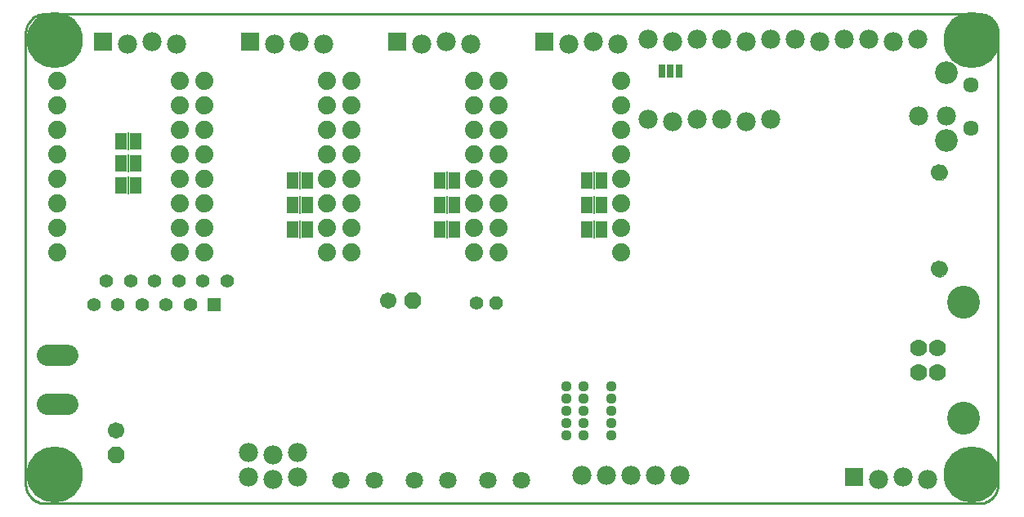
<source format=gbs>
G75*
G70*
%OFA0B0*%
%FSLAX24Y24*%
%IPPOS*%
%LPD*%
%AMOC8*
5,1,8,0,0,1.08239X$1,22.5*
%
%ADD10C,0.0100*%
%ADD11C,0.0700*%
%ADD12C,0.1340*%
%ADD13C,0.0926*%
%ADD14C,0.0634*%
%ADD15C,0.0780*%
%ADD16C,0.0000*%
%ADD17C,0.0670*%
%ADD18C,0.0740*%
%ADD19R,0.0780X0.0780*%
%ADD20R,0.0500X0.0670*%
%ADD21R,0.0060X0.0720*%
%ADD22C,0.0709*%
%ADD23R,0.0290X0.0540*%
%ADD24R,0.0555X0.0555*%
%ADD25C,0.0555*%
%ADD26C,0.0865*%
%ADD27C,0.0440*%
%ADD28OC8,0.0670*%
%ADD29C,0.0670*%
%ADD30OC8,0.0560*%
%ADD31C,0.0560*%
%ADD32C,0.2290*%
D10*
X002785Y001429D02*
X002785Y019835D01*
X002787Y019889D01*
X002792Y019942D01*
X002801Y019995D01*
X002814Y020047D01*
X002830Y020099D01*
X002850Y020149D01*
X002873Y020197D01*
X002900Y020244D01*
X002929Y020289D01*
X002962Y020332D01*
X002997Y020372D01*
X003035Y020410D01*
X003075Y020445D01*
X003118Y020478D01*
X003163Y020507D01*
X003210Y020534D01*
X003258Y020557D01*
X003308Y020577D01*
X003360Y020593D01*
X003412Y020606D01*
X003465Y020615D01*
X003518Y020620D01*
X003572Y020622D01*
X041663Y020622D01*
X041717Y020620D01*
X041770Y020615D01*
X041823Y020606D01*
X041875Y020593D01*
X041927Y020577D01*
X041977Y020557D01*
X042025Y020534D01*
X042072Y020507D01*
X042117Y020478D01*
X042160Y020445D01*
X042200Y020410D01*
X042238Y020372D01*
X042273Y020332D01*
X042306Y020289D01*
X042335Y020244D01*
X042362Y020197D01*
X042385Y020149D01*
X042405Y020099D01*
X042421Y020047D01*
X042434Y019995D01*
X042443Y019942D01*
X042448Y019889D01*
X042450Y019835D01*
X042450Y001429D01*
X042448Y001375D01*
X042443Y001322D01*
X042434Y001269D01*
X042421Y001217D01*
X042405Y001165D01*
X042385Y001115D01*
X042362Y001067D01*
X042335Y001020D01*
X042306Y000975D01*
X042273Y000932D01*
X042238Y000892D01*
X042200Y000854D01*
X042160Y000819D01*
X042117Y000786D01*
X042072Y000757D01*
X042025Y000730D01*
X041977Y000707D01*
X041927Y000687D01*
X041875Y000671D01*
X041823Y000658D01*
X041770Y000649D01*
X041717Y000644D01*
X041663Y000642D01*
X003572Y000642D01*
X003518Y000644D01*
X003465Y000649D01*
X003412Y000658D01*
X003360Y000671D01*
X003308Y000687D01*
X003258Y000707D01*
X003210Y000730D01*
X003163Y000757D01*
X003118Y000786D01*
X003075Y000819D01*
X003035Y000854D01*
X002997Y000892D01*
X002962Y000932D01*
X002929Y000975D01*
X002900Y001020D01*
X002873Y001067D01*
X002850Y001115D01*
X002830Y001165D01*
X002814Y001217D01*
X002801Y001269D01*
X002792Y001322D01*
X002787Y001375D01*
X002785Y001429D01*
D11*
X039200Y005995D03*
X039980Y005995D03*
X039980Y006979D03*
X039200Y006979D03*
D12*
X041050Y008857D03*
X041050Y004117D03*
D13*
X040346Y015459D03*
X040346Y018215D03*
D14*
X041330Y017723D03*
X041330Y015951D03*
D15*
X040350Y016467D03*
X039210Y016467D03*
X033168Y016337D03*
X032168Y016237D03*
X031168Y016337D03*
X030168Y016337D03*
X029168Y016237D03*
X028168Y016337D03*
X026930Y019387D03*
X025930Y019487D03*
X024930Y019387D03*
X028168Y019587D03*
X029168Y019487D03*
X030168Y019587D03*
X031168Y019587D03*
X032168Y019487D03*
X033168Y019587D03*
X034168Y019587D03*
X035168Y019487D03*
X036168Y019587D03*
X037168Y019587D03*
X038168Y019487D03*
X039168Y019587D03*
X020930Y019387D03*
X019930Y019487D03*
X018930Y019387D03*
X014930Y019387D03*
X013930Y019487D03*
X012930Y019387D03*
X008930Y019387D03*
X007930Y019487D03*
X006930Y019387D03*
X011880Y002737D03*
X012880Y002637D03*
X013880Y002737D03*
X013880Y001737D03*
X012880Y001637D03*
X011880Y001737D03*
X025480Y001787D03*
X026480Y001787D03*
X027480Y001787D03*
X028480Y001787D03*
X029480Y001787D03*
X037580Y001637D03*
X038580Y001737D03*
X039580Y001637D03*
D16*
X039739Y010219D02*
X039741Y010254D01*
X039747Y010289D01*
X039757Y010323D01*
X039770Y010356D01*
X039787Y010387D01*
X039808Y010415D01*
X039831Y010442D01*
X039858Y010465D01*
X039886Y010486D01*
X039917Y010503D01*
X039950Y010516D01*
X039984Y010526D01*
X040019Y010532D01*
X040054Y010534D01*
X040089Y010532D01*
X040124Y010526D01*
X040158Y010516D01*
X040191Y010503D01*
X040222Y010486D01*
X040250Y010465D01*
X040277Y010442D01*
X040300Y010415D01*
X040321Y010387D01*
X040338Y010356D01*
X040351Y010323D01*
X040361Y010289D01*
X040367Y010254D01*
X040369Y010219D01*
X040367Y010184D01*
X040361Y010149D01*
X040351Y010115D01*
X040338Y010082D01*
X040321Y010051D01*
X040300Y010023D01*
X040277Y009996D01*
X040250Y009973D01*
X040222Y009952D01*
X040191Y009935D01*
X040158Y009922D01*
X040124Y009912D01*
X040089Y009906D01*
X040054Y009904D01*
X040019Y009906D01*
X039984Y009912D01*
X039950Y009922D01*
X039917Y009935D01*
X039886Y009952D01*
X039858Y009973D01*
X039831Y009996D01*
X039808Y010023D01*
X039787Y010051D01*
X039770Y010082D01*
X039757Y010115D01*
X039747Y010149D01*
X039741Y010184D01*
X039739Y010219D01*
X039739Y014156D02*
X039741Y014191D01*
X039747Y014226D01*
X039757Y014260D01*
X039770Y014293D01*
X039787Y014324D01*
X039808Y014352D01*
X039831Y014379D01*
X039858Y014402D01*
X039886Y014423D01*
X039917Y014440D01*
X039950Y014453D01*
X039984Y014463D01*
X040019Y014469D01*
X040054Y014471D01*
X040089Y014469D01*
X040124Y014463D01*
X040158Y014453D01*
X040191Y014440D01*
X040222Y014423D01*
X040250Y014402D01*
X040277Y014379D01*
X040300Y014352D01*
X040321Y014324D01*
X040338Y014293D01*
X040351Y014260D01*
X040361Y014226D01*
X040367Y014191D01*
X040369Y014156D01*
X040367Y014121D01*
X040361Y014086D01*
X040351Y014052D01*
X040338Y014019D01*
X040321Y013988D01*
X040300Y013960D01*
X040277Y013933D01*
X040250Y013910D01*
X040222Y013889D01*
X040191Y013872D01*
X040158Y013859D01*
X040124Y013849D01*
X040089Y013843D01*
X040054Y013841D01*
X040019Y013843D01*
X039984Y013849D01*
X039950Y013859D01*
X039917Y013872D01*
X039886Y013889D01*
X039858Y013910D01*
X039831Y013933D01*
X039808Y013960D01*
X039787Y013988D01*
X039770Y014019D01*
X039757Y014052D01*
X039747Y014086D01*
X039741Y014121D01*
X039739Y014156D01*
D17*
X040054Y014156D03*
X040054Y010219D03*
D18*
X027080Y010887D03*
X027080Y011887D03*
X027080Y012887D03*
X027080Y013887D03*
X027080Y014887D03*
X027080Y015887D03*
X027080Y016887D03*
X027080Y017887D03*
X022080Y017887D03*
X021080Y017887D03*
X021080Y016887D03*
X022080Y016887D03*
X022080Y015887D03*
X021080Y015887D03*
X021080Y014887D03*
X022080Y014887D03*
X022080Y013887D03*
X021080Y013887D03*
X021080Y012887D03*
X022080Y012887D03*
X022080Y011887D03*
X021080Y011887D03*
X021080Y010887D03*
X022080Y010887D03*
X016080Y010887D03*
X015080Y010887D03*
X015080Y011887D03*
X016080Y011887D03*
X016080Y012887D03*
X015080Y012887D03*
X015080Y013887D03*
X016080Y013887D03*
X016080Y014887D03*
X015080Y014887D03*
X015080Y015887D03*
X016080Y015887D03*
X016080Y016887D03*
X015080Y016887D03*
X015080Y017887D03*
X016080Y017887D03*
X010080Y017887D03*
X009080Y017887D03*
X009080Y016887D03*
X010080Y016887D03*
X010080Y015887D03*
X009080Y015887D03*
X009080Y014887D03*
X010080Y014887D03*
X010080Y013887D03*
X009080Y013887D03*
X009080Y012887D03*
X010080Y012887D03*
X010080Y011887D03*
X009080Y011887D03*
X009080Y010887D03*
X010080Y010887D03*
X004080Y010887D03*
X004080Y011887D03*
X004080Y012887D03*
X004080Y013887D03*
X004080Y014887D03*
X004080Y015887D03*
X004080Y016887D03*
X004080Y017887D03*
D19*
X005930Y019487D03*
X011930Y019487D03*
X017930Y019487D03*
X023930Y019487D03*
X036580Y001737D03*
D20*
X026280Y011837D03*
X025680Y011837D03*
X025680Y012837D03*
X026280Y012837D03*
X026280Y013837D03*
X025680Y013837D03*
X020280Y013837D03*
X019680Y013837D03*
X019680Y012837D03*
X020280Y012837D03*
X020280Y011837D03*
X019680Y011837D03*
X014280Y011837D03*
X013680Y011837D03*
X013680Y012837D03*
X014280Y012837D03*
X014280Y013837D03*
X013680Y013837D03*
X007280Y013637D03*
X006680Y013637D03*
X006680Y014537D03*
X007280Y014537D03*
X007280Y015437D03*
X006680Y015437D03*
D21*
X006980Y015437D03*
X006980Y014537D03*
X006980Y013637D03*
X013980Y013837D03*
X013980Y012837D03*
X013980Y011837D03*
X019980Y011837D03*
X019980Y012837D03*
X019980Y013837D03*
X025980Y013837D03*
X025980Y012837D03*
X025980Y011837D03*
D22*
X023019Y001598D03*
X021641Y001598D03*
X020019Y001598D03*
X018641Y001598D03*
X017019Y001598D03*
X015641Y001598D03*
D23*
X028730Y018287D03*
X029080Y018287D03*
X029430Y018287D03*
D24*
X010487Y008745D03*
D25*
X009503Y008745D03*
X008519Y008745D03*
X007535Y008745D03*
X006550Y008745D03*
X005566Y008745D03*
X006074Y009729D03*
X007058Y009729D03*
X008043Y009729D03*
X009027Y009729D03*
X010011Y009729D03*
X010995Y009729D03*
D26*
X004493Y006687D02*
X003668Y006687D01*
X003668Y004687D02*
X004493Y004687D01*
D27*
X024830Y004437D03*
X025530Y004437D03*
X025530Y004937D03*
X024830Y004937D03*
X024830Y005437D03*
X025530Y005437D03*
X026680Y005437D03*
X026680Y004937D03*
X026680Y004437D03*
X026680Y003937D03*
X026680Y003437D03*
X025530Y003437D03*
X024830Y003437D03*
X024830Y003937D03*
X025530Y003937D03*
D28*
X018580Y008937D03*
X006480Y002637D03*
D29*
X006480Y003637D03*
X017580Y008937D03*
D30*
X021980Y008837D03*
D31*
X021180Y008837D03*
D32*
X003966Y001823D03*
X041367Y001823D03*
X041367Y019540D03*
X003966Y019540D03*
M02*

</source>
